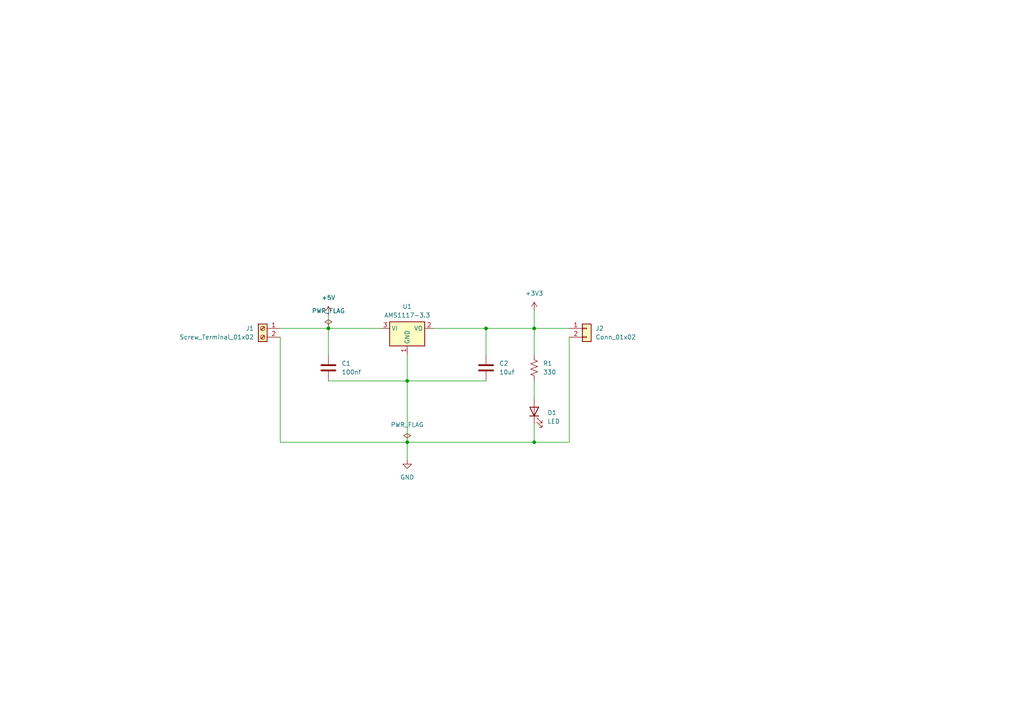
<source format=kicad_sch>
(kicad_sch (version 20231120) (generator "eeschema") (generator_version "8.0")
  (paper "A4")
  (lib_symbols
    (symbol "Connector:Screw_Terminal_01x02" (pin_names (offset 1.016) hide)
      (property "Reference" "J" (at 0 2.54 0))
      (property "Value" "Screw_Terminal_01x02" (at 0 -5.08 0))
      (symbol "Screw_Terminal_01x02_1_1"
        (rectangle (start -1.27 1.27) (end 1.27 -3.81) (stroke (width 0.254)) (fill (type background)))
        (circle (center 0 -2.54) (radius 0.635) (stroke (width 0.1524)))
        (polyline (pts (xy -0.5334 -2.2098) (xy 0.3302 -3.048)) (stroke (width 0.1524)))
        (polyline (pts (xy -0.5334 0.3302) (xy 0.3302 -0.508)) (stroke (width 0.1524)))
        (polyline (pts (xy -0.3556 -2.032) (xy 0.508 -2.8702)) (stroke (width 0.1524)))
        (polyline (pts (xy -0.3556 0.508) (xy 0.508 -0.3302)) (stroke (width 0.1524)))
        (circle (center 0 0) (radius 0.635) (stroke (width 0.1524)))
        (pin passive line (at -5.08 0 0) (length 3.81) (name "Pin_1") (number "1"))
        (pin passive line (at -5.08 -2.54 0) (length 3.81) (name "Pin_2") (number "2"))
      )
    )
    (symbol "Connector_Generic:Conn_01x02" (pin_names (offset 1.016) hide)
      (property "Reference" "J" (at 0 2.54 0))
      (property "Value" "Conn_01x02" (at 0 -5.08 0))
      (symbol "Conn_01x02_1_1"
        (rectangle (start -1.27 -2.413) (end 0 -2.667) (stroke (width 0.1524)))
        (rectangle (start -1.27 0.127) (end 0 -0.127) (stroke (width 0.1524)))
        (rectangle (start -1.27 1.27) (end 1.27 -3.81) (stroke (width 0.254)) (fill (type background)))
        (pin passive line (at -5.08 0 0) (length 3.81) (name "Pin_1") (number "1"))
        (pin passive line (at -5.08 -2.54 0) (length 3.81) (name "Pin_2") (number "2"))
      )
    )
    (symbol "Device:C" (pin_numbers hide) (pin_names (offset 0.254))
      (property "Reference" "C" (at 0.635 2.54 0))
      (property "Value" "C" (at 0.635 -2.54 0))
      (symbol "C_0_1"
        (polyline (pts (xy -2.032 -0.762) (xy 2.032 -0.762)) (stroke (width 0.508)))
        (polyline (pts (xy -2.032 0.762) (xy 2.032 0.762)) (stroke (width 0.508)))
      )
      (symbol "C_1_1"
        (pin passive line (at 0 3.81 270) (length 2.794) (name "~") (number "1"))
        (pin passive line (at 0 -3.81 90) (length 2.794) (name "~") (number "2"))
      )
    )
    (symbol "Device:LED" (pin_numbers hide) (pin_names (offset 1.016) hide)
      (property "Reference" "D" (at 0 2.54 0))
      (property "Value" "LED" (at 0 -2.54 0))
      (symbol "LED_0_1"
        (polyline (pts (xy -1.27 -1.27) (xy -1.27 1.27)) (stroke (width 0.254)))
        (polyline (pts (xy -1.27 0) (xy 1.27 0)))
        (polyline (pts (xy 1.27 -1.27) (xy 1.27 1.27) (xy -1.27 0) (xy 1.27 -1.27)) (stroke (width 0.254)))
        (polyline (pts (xy -3.048 -0.762) (xy -4.572 -2.286) (xy -3.81 -2.286) (xy -4.572 -2.286) (xy -4.572 -1.524)))
        (polyline (pts (xy -1.778 -0.762) (xy -3.302 -2.286) (xy -2.54 -2.286) (xy -3.302 -2.286) (xy -3.302 -1.524)))
      )
      (symbol "LED_1_1"
        (pin passive line (at -3.81 0 0) (length 2.54) (name "K") (number "1"))
        (pin passive line (at 3.81 0 180) (length 2.54) (name "A") (number "2"))
      )
    )
    (symbol "Device:R_US" (pin_numbers hide) (pin_names (offset 0))
      (property "Reference" "R" (at 2.54 0 90))
      (property "Value" "R_US" (at -2.54 0 90))
      (symbol "R_US_0_1"
        (polyline (pts (xy 0 -2.286) (xy 0 -2.54)))
        (polyline (pts (xy 0 2.286) (xy 0 2.54)))
        (polyline (pts (xy 0 -0.762) (xy 1.016 -1.143) (xy 0 -1.524) (xy -1.016 -1.905) (xy 0 -2.286)))
        (polyline (pts (xy 0 0.762) (xy 1.016 0.381) (xy 0 0) (xy -1.016 -0.381) (xy 0 -0.762)))
        (polyline (pts (xy 0 2.286) (xy 1.016 1.905) (xy 0 1.524) (xy -1.016 1.143) (xy 0 0.762)))
      )
      (symbol "R_US_1_1"
        (pin passive line (at 0 3.81 270) (length 1.27) (name "~") (number "1"))
        (pin passive line (at 0 -3.81 90) (length 1.27) (name "~") (number "2"))
      )
    )
    (symbol "Regulator_Linear:AMS1117-3.3"
      (property "Reference" "U" (at -3.81 3.175 0))
      (property "Value" "AMS1117-3.3" (at 0 3.175 0))
      (symbol "AMS1117-3.3_0_1"
        (rectangle (start -5.08 -5.08) (end 5.08 1.905) (stroke (width 0.254)) (fill (type background)))
      )
      (symbol "AMS1117-3.3_1_1"
        (pin power_in line (at 0 -7.62 90) (length 2.54) (name "GND") (number "1"))
        (pin power_out line (at 7.62 0 180) (length 2.54) (name "VO") (number "2"))
        (pin power_in line (at -7.62 0 0) (length 2.54) (name "VI") (number "3"))
      )
    )
    (symbol "power:+3V3" (power) (pin_numbers hide) (pin_names (offset 0) hide)
      (property "Value" "+3V3" (at 0 3.556 0))
      (symbol "+3V3_0_1"
        (polyline (pts (xy -0.762 1.27) (xy 0 2.54)))
        (polyline (pts (xy 0 0) (xy 0 2.54)))
        (polyline (pts (xy 0 2.54) (xy 0.762 1.27)))
      )
      (symbol "+3V3_1_1"
        (pin power_in line (at 0 0 90) (length 0) (name "~") (number "1"))
      )
    )
    (symbol "power:+5V" (power) (pin_numbers hide) (pin_names (offset 0) hide)
      (property "Value" "+5V" (at 0 3.556 0))
      (symbol "+5V_0_1"
        (polyline (pts (xy -0.762 1.27) (xy 0 2.54)))
        (polyline (pts (xy 0 0) (xy 0 2.54)))
        (polyline (pts (xy 0 2.54) (xy 0.762 1.27)))
      )
      (symbol "+5V_1_1"
        (pin power_in line (at 0 0 90) (length 0) (name "~") (number "1"))
      )
    )
    (symbol "power:GND" (power) (pin_numbers hide) (pin_names (offset 0) hide)
      (property "Value" "GND" (at 0 -3.81 0))
      (symbol "GND_0_1"
        (polyline (pts (xy 0 0) (xy 0 -1.27) (xy 1.27 -1.27) (xy 0 -2.54) (xy -1.27 -1.27) (xy 0 -1.27)))
      )
      (symbol "GND_1_1"
        (pin power_in line (at 0 0 270) (length 0) (name "~") (number "1"))
      )
    )
    (symbol "power:PWR_FLAG" (power) (pin_numbers hide) (pin_names (offset 0) hide)
      (property "Value" "PWR_FLAG" (at 0 3.81 0))
      (symbol "PWR_FLAG_0_0"
        (pin power_out line (at 0 0 90) (length 0) (name "~") (number "1"))
      )
      (symbol "PWR_FLAG_0_1"
        (polyline (pts (xy 0 0) (xy 0 1.27) (xy -1.016 1.905) (xy 0 2.54) (xy 1.016 1.905) (xy 0 1.27)))
      )
    )
  )
  (junction (at 118.11 128.27))
  (junction (at 95.25 95.25))
  (junction (at 118.11 110.49))
  (junction (at 140.97 95.25))
  (junction (at 154.94 95.25))
  (junction (at 154.94 128.27))
  (wire (pts (xy 95.25 110.49) (xy 118.11 110.49)))
  (wire (pts (xy 118.11 110.49) (xy 118.11 128.27)))
  (wire (pts (xy 154.94 110.49) (xy 154.94 115.57)))
  (wire (pts (xy 154.94 128.27) (xy 165.1 128.27)))
  (wire (pts (xy 118.11 102.87) (xy 118.11 110.49)))
  (wire (pts (xy 95.25 95.25) (xy 110.49 95.25)))
  (wire (pts (xy 154.94 95.25) (xy 154.94 102.87)))
  (wire (pts (xy 125.73 95.25) (xy 140.97 95.25)))
  (wire (pts (xy 118.11 128.27) (xy 118.11 133.35)))
  (wire (pts (xy 81.28 128.27) (xy 118.11 128.27)))
  (wire (pts (xy 118.11 128.27) (xy 154.94 128.27)))
  (wire (pts (xy 95.25 95.25) (xy 95.25 102.87)))
  (wire (pts (xy 154.94 123.19) (xy 154.94 128.27)))
  (wire (pts (xy 154.94 95.25) (xy 165.1 95.25)))
  (wire (pts (xy 81.28 97.79) (xy 81.28 128.27)))
  (wire (pts (xy 140.97 95.25) (xy 140.97 102.87)))
  (wire (pts (xy 154.94 90.17) (xy 154.94 95.25)))
  (wire (pts (xy 165.1 128.27) (xy 165.1 97.79)))
  (wire (pts (xy 81.28 95.25) (xy 95.25 95.25)))
  (wire (pts (xy 140.97 95.25) (xy 154.94 95.25)))
  (wire (pts (xy 118.11 110.49) (xy 140.97 110.49)))
  (wire (pts (xy 95.25 91.44) (xy 95.25 95.25)))
  (symbol (lib_id "Device:C") (at 95.25 106.68 0) (unit 1)
    (property "Reference" "C1" (at 99.06 105.4099 0) (effects (justify left)))
    (property "Value" "100nf" (at 99.06 107.9499 0) (effects (justify left)))
    (property "Footprint" "Capacitor_SMD:C_0805_2012Metric" (effects (hide yes)))
    (property "Description" "Unpolarized capacitor" (effects (hide yes)))
  )
  (symbol (lib_id "power:+3V3") (at 154.94 90.17 0) (unit 1)
    (property "Reference" "#PWR02" (effects (hide yes)))
    (property "Value" "+3V3" (at 154.94 85.09 0))
    (property "Description" "Power symbol creates a global label with name \"+3V3\"" (effects (hide yes)))
  )
  (symbol (lib_id "Device:R_US") (at 154.94 106.68 0) (unit 1)
    (property "Reference" "R1" (at 157.48 105.4099 0) (effects (justify left)))
    (property "Value" "330" (at 157.48 107.9499 0) (effects (justify left)))
    (property "Footprint" "Resistor_SMD:R_0805_2012Metric" (effects (hide yes)))
    (property "Description" "Resistor, US symbol" (effects (hide yes)))
  )
  (symbol (lib_id "Connector:Screw_Terminal_01x02") (at 76.2 95.25 0) (mirror y) (unit 1)
    (property "Reference" "J1" (at 73.66 95.2499 0) (effects (justify left)))
    (property "Value" "Screw_Terminal_01x02" (at 73.66 97.7899 0) (effects (justify left)))
    (property "Footprint" "TerminalBlock:TerminalBlock_bornier-2_P5.08mm" (effects (hide yes)))
    (property "Description" "Generic screw terminal, single row, 01x02, script generated (kicad-library-utils/schlib/autogen/connector/)" (effects (hide yes)))
  )
  (symbol (lib_id "power:PWR_FLAG") (at 118.11 128.27 0) (unit 1)
    (property "Reference" "#FLG02" (effects (hide yes)))
    (property "Value" "PWR_FLAG" (at 118.11 123.19 0))
    (property "Description" "Special symbol for telling ERC where power comes from" (effects (hide yes)))
  )
  (symbol (lib_id "Regulator_Linear:AMS1117-3.3") (at 118.11 95.25 0) (unit 1)
    (property "Reference" "U1" (at 118.11 88.9 0))
    (property "Value" "AMS1117-3.3" (at 118.11 91.44 0))
    (property "Footprint" "Package_TO_SOT_SMD:SOT-223-3_TabPin2" (effects (hide yes)))
    (property "Datasheet" "http://www.advanced-monolithic.com/pdf/ds1117.pdf" (effects (hide yes)))
    (property "Description" "1A Low Dropout regulator, positive, 3.3V fixed output, SOT-223" (effects (hide yes)))
  )
  (symbol (lib_id "Device:C") (at 140.97 106.68 0) (unit 1)
    (property "Reference" "C2" (at 144.78 105.4099 0) (effects (justify left)))
    (property "Value" "10uf" (at 144.78 107.9499 0) (effects (justify left)))
    (property "Footprint" "Capacitor_SMD:C_0805_2012Metric" (effects (hide yes)))
    (property "Description" "Unpolarized capacitor" (effects (hide yes)))
  )
  (symbol (lib_id "power:+5V") (at 95.25 91.44 0) (unit 1)
    (property "Reference" "#PWR01" (effects (hide yes)))
    (property "Value" "+5V" (at 95.25 86.36 0))
    (property "Description" "Power symbol creates a global label with name \"+5V\"" (effects (hide yes)))
  )
  (symbol (lib_id "power:GND") (at 118.11 133.35 0) (unit 1)
    (property "Reference" "#PWR03" (effects (hide yes)))
    (property "Value" "GND" (at 118.11 138.43 0))
    (property "Description" "Power symbol creates a global label with name \"GND\" , ground" (effects (hide yes)))
  )
  (symbol (lib_id "power:PWR_FLAG") (at 95.25 95.25 0) (unit 1)
    (property "Reference" "#FLG01" (effects (hide yes)))
    (property "Value" "PWR_FLAG" (at 95.25 90.17 0))
    (property "Description" "Special symbol for telling ERC where power comes from" (effects (hide yes)))
  )
  (symbol (lib_id "Device:LED") (at 154.94 119.38 90) (unit 1)
    (property "Reference" "D1" (at 158.75 119.6974 90) (effects (justify right)))
    (property "Value" "LED" (at 158.75 122.2374 90) (effects (justify right)))
    (property "Footprint" "LED_SMD:LED_0805_2012Metric" (effects (hide yes)))
    (property "Description" "Light emitting diode" (effects (hide yes)))
  )
  (symbol (lib_id "Connector_Generic:Conn_01x02") (at 170.18 95.25 0) (unit 1)
    (property "Reference" "J2" (at 172.72 95.2499 0) (effects (justify left)))
    (property "Value" "Conn_01x02" (at 172.72 97.7899 0) (effects (justify left)))
    (property "Footprint" "Connector_PinSocket_2.54mm:PinSocket_1x02_P2.54mm_Vertical" (effects (hide yes)))
    (property "Description" "Generic connector, single row, 01x02, script generated (kicad-library-utils/schlib/autogen/connector/)" (effects (hide yes)))
  )
)
</source>
